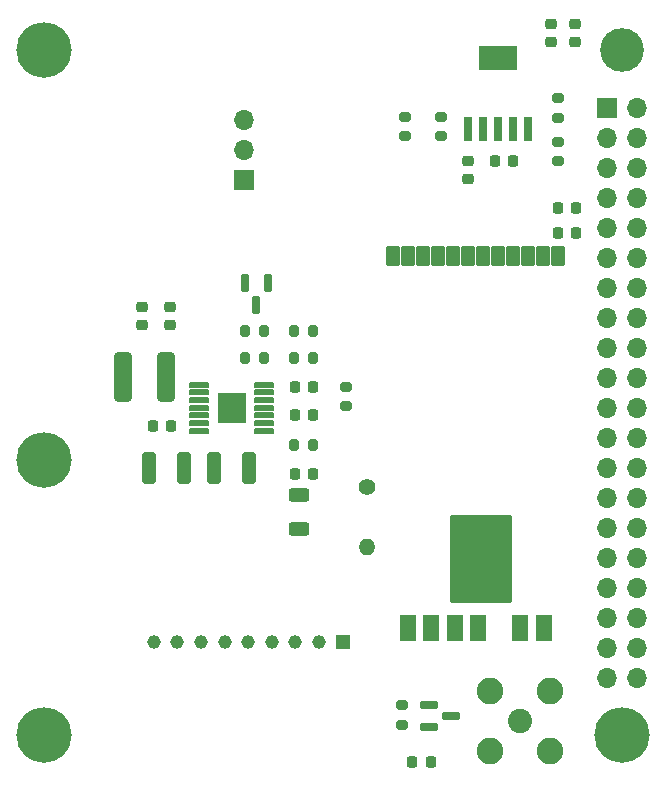
<source format=gts>
%TF.GenerationSoftware,KiCad,Pcbnew,7.0.2-0*%
%TF.CreationDate,2024-05-07T14:52:59-07:00*%
%TF.ProjectId,RPi_interface,5250695f-696e-4746-9572-666163652e6b,1.1*%
%TF.SameCoordinates,Original*%
%TF.FileFunction,Soldermask,Top*%
%TF.FilePolarity,Negative*%
%FSLAX46Y46*%
G04 Gerber Fmt 4.6, Leading zero omitted, Abs format (unit mm)*
G04 Created by KiCad (PCBNEW 7.0.2-0) date 2024-05-07 14:52:59*
%MOMM*%
%LPD*%
G01*
G04 APERTURE LIST*
G04 Aperture macros list*
%AMRoundRect*
0 Rectangle with rounded corners*
0 $1 Rounding radius*
0 $2 $3 $4 $5 $6 $7 $8 $9 X,Y pos of 4 corners*
0 Add a 4 corners polygon primitive as box body*
4,1,4,$2,$3,$4,$5,$6,$7,$8,$9,$2,$3,0*
0 Add four circle primitives for the rounded corners*
1,1,$1+$1,$2,$3*
1,1,$1+$1,$4,$5*
1,1,$1+$1,$6,$7*
1,1,$1+$1,$8,$9*
0 Add four rect primitives between the rounded corners*
20,1,$1+$1,$2,$3,$4,$5,0*
20,1,$1+$1,$4,$5,$6,$7,0*
20,1,$1+$1,$6,$7,$8,$9,0*
20,1,$1+$1,$8,$9,$2,$3,0*%
G04 Aperture macros list end*
%ADD10RoundRect,0.200000X0.275000X-0.200000X0.275000X0.200000X-0.275000X0.200000X-0.275000X-0.200000X0*%
%ADD11RoundRect,0.063500X-0.660400X0.279400X-0.660400X-0.279400X0.660400X-0.279400X0.660400X0.279400X0*%
%ADD12RoundRect,0.225000X0.250000X-0.225000X0.250000X0.225000X-0.250000X0.225000X-0.250000X-0.225000X0*%
%ADD13C,4.700000*%
%ADD14RoundRect,0.225000X-0.225000X-0.250000X0.225000X-0.250000X0.225000X0.250000X-0.225000X0.250000X0*%
%ADD15R,0.650000X2.000000*%
%ADD16R,3.200000X2.000000*%
%ADD17RoundRect,0.250000X-0.325000X-1.100000X0.325000X-1.100000X0.325000X1.100000X-0.325000X1.100000X0*%
%ADD18R,1.150000X1.150000*%
%ADD19C,1.150000*%
%ADD20RoundRect,0.333000X0.417000X1.767000X-0.417000X1.767000X-0.417000X-1.767000X0.417000X-1.767000X0*%
%ADD21RoundRect,0.200000X-0.275000X0.200000X-0.275000X-0.200000X0.275000X-0.200000X0.275000X0.200000X0*%
%ADD22C,3.700000*%
%ADD23RoundRect,0.218750X0.218750X0.256250X-0.218750X0.256250X-0.218750X-0.256250X0.218750X-0.256250X0*%
%ADD24RoundRect,0.200000X-0.200000X-0.275000X0.200000X-0.275000X0.200000X0.275000X-0.200000X0.275000X0*%
%ADD25RoundRect,0.063500X-0.487500X0.750000X-0.487500X-0.750000X0.487500X-0.750000X0.487500X0.750000X0*%
%ADD26RoundRect,0.063500X-0.650000X1.000000X-0.650000X-1.000000X0.650000X-1.000000X0.650000X1.000000X0*%
%ADD27RoundRect,0.063500X-2.550000X3.650000X-2.550000X-3.650000X2.550000X-3.650000X2.550000X3.650000X0*%
%ADD28RoundRect,0.063500X0.800100X0.152400X-0.800100X0.152400X-0.800100X-0.152400X0.800100X-0.152400X0*%
%ADD29RoundRect,0.063500X1.155000X1.230000X-1.155000X1.230000X-1.155000X-1.230000X1.155000X-1.230000X0*%
%ADD30RoundRect,0.250000X0.325000X1.100000X-0.325000X1.100000X-0.325000X-1.100000X0.325000X-1.100000X0*%
%ADD31RoundRect,0.250000X-0.625000X0.312500X-0.625000X-0.312500X0.625000X-0.312500X0.625000X0.312500X0*%
%ADD32RoundRect,0.063500X0.279400X0.660400X-0.279400X0.660400X-0.279400X-0.660400X0.279400X-0.660400X0*%
%ADD33C,1.400000*%
%ADD34O,1.400000X1.400000*%
%ADD35RoundRect,0.200000X0.200000X0.275000X-0.200000X0.275000X-0.200000X-0.275000X0.200000X-0.275000X0*%
%ADD36C,2.050000*%
%ADD37C,2.250000*%
%ADD38R,1.700000X1.700000*%
%ADD39O,1.700000X1.700000*%
G04 APERTURE END LIST*
D10*
%TO.C,R6*%
X137050000Y-60900000D03*
X137050000Y-59250000D03*
%TD*%
D11*
%TO.C,Q2*%
X126135200Y-106922500D03*
X126135200Y-108827500D03*
X128014800Y-107875000D03*
%TD*%
D12*
%TO.C,C12*%
X136425000Y-50825000D03*
X136425000Y-49275000D03*
%TD*%
D13*
%TO.C,H5*%
X93500000Y-86200000D03*
%TD*%
D10*
%TO.C,R7*%
X137050000Y-57225000D03*
X137050000Y-55575000D03*
%TD*%
D14*
%TO.C,C8*%
X131675000Y-60900000D03*
X133225000Y-60900000D03*
%TD*%
D15*
%TO.C,U3*%
X129410000Y-58200000D03*
X130680000Y-58200000D03*
X131950000Y-58200000D03*
X133220000Y-58200000D03*
X134490000Y-58200000D03*
D16*
X131950000Y-52200000D03*
%TD*%
D10*
%TO.C,R11*%
X127150000Y-58815000D03*
X127150000Y-57165000D03*
%TD*%
D17*
%TO.C,C3*%
X107961341Y-86913659D03*
X110911341Y-86913659D03*
%TD*%
D18*
%TO.C,J2*%
X118825000Y-101600000D03*
D19*
X116824999Y-101600000D03*
X114825000Y-101600000D03*
X112824999Y-101600000D03*
X110825001Y-101600000D03*
X108825000Y-101600000D03*
X106825001Y-101600000D03*
X104825000Y-101600000D03*
X102824999Y-101600000D03*
%TD*%
D20*
%TO.C,L1*%
X103836341Y-79213659D03*
X100236341Y-79213659D03*
%TD*%
D21*
%TO.C,R12*%
X124100000Y-57150000D03*
X124100000Y-58800000D03*
%TD*%
D22*
%TO.C,H2*%
X142500000Y-51500000D03*
%TD*%
D23*
%TO.C,D1*%
X126300000Y-111750000D03*
X124725000Y-111750000D03*
%TD*%
D21*
%TO.C,R4*%
X119123841Y-79988659D03*
X119123841Y-81638659D03*
%TD*%
D14*
%TO.C,C10*%
X137050000Y-66950000D03*
X138600000Y-66950000D03*
%TD*%
D24*
%TO.C,R8*%
X110525000Y-75300000D03*
X112175000Y-75300000D03*
%TD*%
D25*
%TO.C,U2*%
X137060000Y-68910000D03*
X135790000Y-68910000D03*
X134520000Y-68910000D03*
X133250000Y-68910000D03*
X131980000Y-68910000D03*
X130710000Y-68910000D03*
X129440000Y-68910000D03*
X128170000Y-68910000D03*
X126900000Y-68910000D03*
X125630000Y-68910000D03*
X124360000Y-68910000D03*
X123090000Y-68910000D03*
D26*
X124310000Y-100450000D03*
X126310000Y-100450000D03*
X128310000Y-100450000D03*
X130310000Y-100450000D03*
X133830000Y-100450000D03*
X135830000Y-100450000D03*
D27*
X130560000Y-94550000D03*
%TD*%
D28*
%TO.C,U1*%
X112179541Y-83736363D03*
X112179541Y-83086350D03*
X112179541Y-82436341D03*
X112179541Y-81786329D03*
X112179541Y-81136317D03*
X112179541Y-80486308D03*
X112179541Y-79836295D03*
X106642341Y-79836295D03*
X106642341Y-80486308D03*
X106642341Y-81136317D03*
X106642341Y-81786329D03*
X106642341Y-82436341D03*
X106642341Y-83086350D03*
X106642341Y-83736363D03*
D29*
X109410941Y-81786329D03*
%TD*%
D12*
%TO.C,C2*%
X104161341Y-74788659D03*
X104161341Y-73238659D03*
%TD*%
D30*
%TO.C,C4*%
X105361341Y-86913659D03*
X102411341Y-86913659D03*
%TD*%
D14*
%TO.C,C5*%
X102761341Y-83313659D03*
X104311341Y-83313659D03*
%TD*%
D31*
%TO.C,R1*%
X115150000Y-92087500D03*
X115150000Y-89162500D03*
%TD*%
D14*
%TO.C,C7*%
X114748841Y-82413659D03*
X116298841Y-82413659D03*
%TD*%
%TO.C,C6*%
X114748841Y-79988659D03*
X116298841Y-79988659D03*
%TD*%
D32*
%TO.C,Q1*%
X112462500Y-71220400D03*
X110557500Y-71220400D03*
X111510000Y-73100000D03*
%TD*%
D12*
%TO.C,C14*%
X129400000Y-62425000D03*
X129400000Y-60875000D03*
%TD*%
D13*
%TO.C,H4*%
X142500000Y-109500000D03*
%TD*%
%TO.C,H1*%
X93500000Y-51500000D03*
%TD*%
D24*
%TO.C,R9*%
X114698841Y-75300000D03*
X116348841Y-75300000D03*
%TD*%
D10*
%TO.C,R10*%
X123850000Y-108625000D03*
X123850000Y-106975000D03*
%TD*%
D14*
%TO.C,C11*%
X114748841Y-87413659D03*
X116298841Y-87413659D03*
%TD*%
D12*
%TO.C,C1*%
X101821341Y-74788659D03*
X101821341Y-73238659D03*
%TD*%
D14*
%TO.C,C9*%
X137050000Y-64850000D03*
X138600000Y-64850000D03*
%TD*%
D33*
%TO.C,TH1*%
X120900000Y-88460000D03*
D34*
X120900000Y-93540000D03*
%TD*%
D13*
%TO.C,H3*%
X93500000Y-109500000D03*
%TD*%
D35*
%TO.C,R3*%
X116348841Y-84913659D03*
X114698841Y-84913659D03*
%TD*%
D12*
%TO.C,C13*%
X138520000Y-50845000D03*
X138520000Y-49295000D03*
%TD*%
D24*
%TO.C,R2*%
X110511341Y-77613659D03*
X112161341Y-77613659D03*
%TD*%
D36*
%TO.C,J4*%
X133830000Y-108335000D03*
D37*
X131290000Y-105795000D03*
X131290000Y-110875000D03*
X136370000Y-105795000D03*
X136370000Y-110875000D03*
%TD*%
D24*
%TO.C,R5*%
X114698841Y-77613659D03*
X116348841Y-77613659D03*
%TD*%
D38*
%TO.C,J3*%
X110500000Y-62540000D03*
D39*
X110500000Y-60000000D03*
X110500000Y-57460000D03*
%TD*%
D38*
%TO.C,J1*%
X141230000Y-56370000D03*
D39*
X143770000Y-56370000D03*
X141230000Y-58910000D03*
X143770000Y-58910000D03*
X141230000Y-61450000D03*
X143770000Y-61450000D03*
X141230000Y-63990000D03*
X143770000Y-63990000D03*
X141230000Y-66530000D03*
X143770000Y-66530000D03*
X141230000Y-69070000D03*
X143770000Y-69070000D03*
X141230000Y-71610000D03*
X143770000Y-71610000D03*
X141230000Y-74150000D03*
X143770000Y-74150000D03*
X141230000Y-76690000D03*
X143770000Y-76690000D03*
X141230000Y-79230000D03*
X143770000Y-79230000D03*
X141230000Y-81770000D03*
X143770000Y-81770000D03*
X141230000Y-84310000D03*
X143770000Y-84310000D03*
X141230000Y-86850000D03*
X143770000Y-86850000D03*
X141230000Y-89390000D03*
X143770000Y-89390000D03*
X141230000Y-91930000D03*
X143770000Y-91930000D03*
X141230000Y-94470000D03*
X143770000Y-94470000D03*
X141230000Y-97010000D03*
X143770000Y-97010000D03*
X141230000Y-99550000D03*
X143770000Y-99550000D03*
X141230000Y-102090000D03*
X143770000Y-102090000D03*
X141230000Y-104630000D03*
X143770000Y-104630000D03*
%TD*%
M02*

</source>
